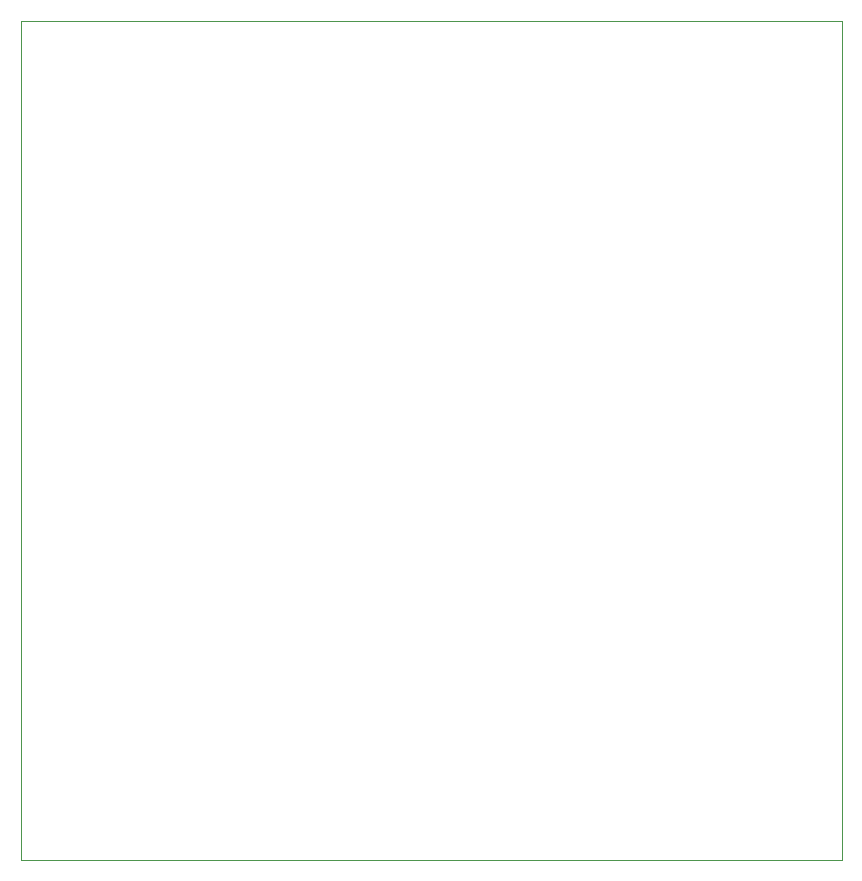
<source format=gbr>
%TF.GenerationSoftware,KiCad,Pcbnew,8.0.7-8.0.7-0~ubuntu22.04.1*%
%TF.CreationDate,2024-12-11T16:36:01+08:00*%
%TF.ProjectId,SmartClock,536d6172-7443-46c6-9f63-6b2e6b696361,rev?*%
%TF.SameCoordinates,Original*%
%TF.FileFunction,Profile,NP*%
%FSLAX46Y46*%
G04 Gerber Fmt 4.6, Leading zero omitted, Abs format (unit mm)*
G04 Created by KiCad (PCBNEW 8.0.7-8.0.7-0~ubuntu22.04.1) date 2024-12-11 16:36:01*
%MOMM*%
%LPD*%
G01*
G04 APERTURE LIST*
%TA.AperFunction,Profile*%
%ADD10C,0.050000*%
%TD*%
G04 APERTURE END LIST*
D10*
X95000000Y-53000000D02*
X164500000Y-53000000D01*
X164500000Y-124000000D01*
X95000000Y-124000000D01*
X95000000Y-53000000D01*
M02*

</source>
